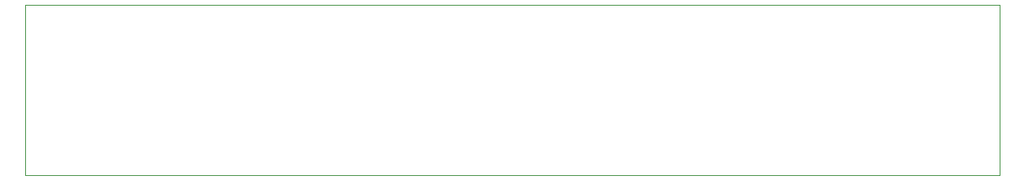
<source format=gbr>
G04 #@! TF.FileFunction,Profile,NP*
%FSLAX46Y46*%
G04 Gerber Fmt 4.6, Leading zero omitted, Abs format (unit mm)*
G04 Created by KiCad (PCBNEW (2015-06-12 BZR 5734)-product) date Wednesday, July 15, 2015 'PMt' 05:18:17 PM*
%MOMM*%
G01*
G04 APERTURE LIST*
%ADD10C,0.100000*%
G04 APERTURE END LIST*
D10*
X76200000Y-83820000D02*
X76200000Y-101600000D01*
X76200000Y-101600000D02*
X177800000Y-101600000D01*
X177800000Y-83820000D02*
X177800000Y-101600000D01*
X76200000Y-83820000D02*
X177800000Y-83820000D01*
M02*

</source>
